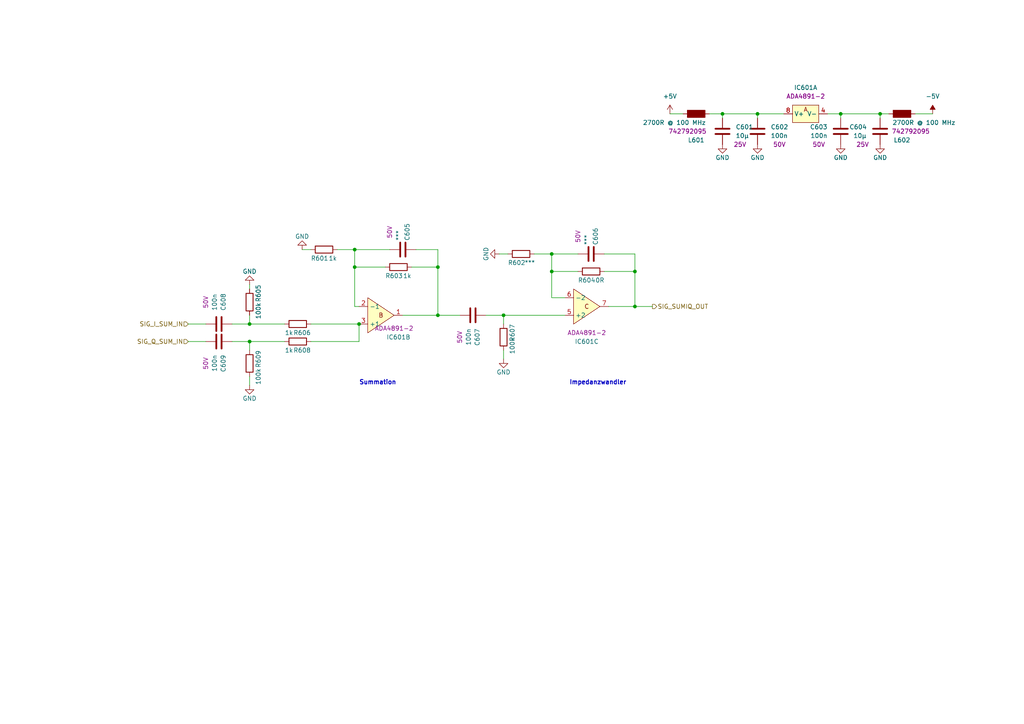
<source format=kicad_sch>
(kicad_sch (version 20231120) (generator "eeschema") (generator_version "8.0")
  (paper "A4")
  (title_block (rev "2") (company "BestSens AG"))
  (lib_symbols
    (symbol "ADA4891-2_1"
      (property "Reference" "IC" (at 0 10.16 0))
      (property "Part Number" "ADA4891-2" (at 0 7.62 0))
      (symbol "ADA4891-2_1_1_1"
        (rectangle (start -3.81 2.54) (end 3.81 -2.54) (fill (type background)))
        (text "A" (at 0 1.27 0) (effects (font (size 1.27 1.27))))
        (pin power_in line (at -6.35 0 0) (length 2.54) (name "V-") (number "4"))
        (pin power_in line (at 6.35 0 180) (length 2.54) (name "V+") (number "8"))
      )
      (symbol "ADA4891-2_1_2_1"
        (polyline (pts (xy -3.81 5.08) (xy -3.81 -5.08) (xy 3.81 0) (xy -3.81 5.08)) (fill (type background)))
        (text "B" (at 0 0 0) (effects (font (size 1.27 1.27))))
        (pin passive line (at 6.35 0 180) (length 2.54) (name "") (number "1"))
        (pin passive line (at -6.35 -2.54 0) (length 2.54) (name "-1") (number "2"))
        (pin passive line (at -6.35 2.54 0) (length 2.54) (name "+1") (number "3"))
      )
      (symbol "ADA4891-2_1_3_1"
        (polyline (pts (xy -3.81 5.08) (xy -3.81 -5.08) (xy 3.81 0) (xy -3.81 5.08)) (fill (type background)))
        (text "C" (at 0 0 0) (effects (font (size 1.27 1.27))))
        (pin input line (at -6.35 2.54 0) (length 2.54) (name "+2") (number "5"))
        (pin input line (at -6.35 -2.54 0) (length 2.54) (name "-2") (number "6"))
        (pin output line (at 6.35 0 180) (length 2.54) (name "") (number "7"))
      )
    )
    (symbol "ADA4891-2_2"
      (property "Reference" "IC" (at 0 10.16 0))
      (property "Part Number" "ADA4891-2" (at 0 7.62 0))
      (symbol "ADA4891-2_2_1_1"
        (rectangle (start -3.81 2.54) (end 3.81 -2.54) (fill (type background)))
        (text "A" (at 0 1.27 0) (effects (font (size 1.27 1.27))))
        (pin power_in line (at -6.35 0 0) (length 2.54) (name "V-") (number "4"))
        (pin power_in line (at 6.35 0 180) (length 2.54) (name "V+") (number "8"))
      )
      (symbol "ADA4891-2_2_2_1"
        (polyline (pts (xy -3.81 5.08) (xy -3.81 -5.08) (xy 3.81 0) (xy -3.81 5.08)) (fill (type background)))
        (text "B" (at 0 0 0) (effects (font (size 1.27 1.27))))
        (pin passive line (at 6.35 0 180) (length 2.54) (name "") (number "1"))
        (pin passive line (at -6.35 -2.54 0) (length 2.54) (name "-1") (number "2"))
        (pin passive line (at -6.35 2.54 0) (length 2.54) (name "+1") (number "3"))
      )
      (symbol "ADA4891-2_2_3_1"
        (polyline (pts (xy -3.81 5.08) (xy -3.81 -5.08) (xy 3.81 0) (xy -3.81 5.08)) (fill (type background)))
        (text "C" (at 0 0 0) (effects (font (size 1.27 1.27))))
        (pin input line (at -6.35 2.54 0) (length 2.54) (name "+2") (number "5"))
        (pin input line (at -6.35 -2.54 0) (length 2.54) (name "-2") (number "6"))
        (pin output line (at 6.35 0 180) (length 2.54) (name "") (number "7"))
      )
    )
    (symbol "BestParts_ICs:ADA4891-2"
      (property "Reference" "IC" (at 0 10.16 0))
      (property "Part Number" "ADA4891-2" (at 0 7.62 0))
      (symbol "ADA4891-2_1_1"
        (rectangle (start -3.81 2.54) (end 3.81 -2.54) (fill (type background)))
        (text "A" (at 0 1.27 0) (effects (font (size 1.27 1.27))))
        (pin power_in line (at -6.35 0 0) (length 2.54) (name "V-") (number "4"))
        (pin power_in line (at 6.35 0 180) (length 2.54) (name "V+") (number "8"))
      )
      (symbol "ADA4891-2_2_1"
        (polyline (pts (xy -3.81 5.08) (xy -3.81 -5.08) (xy 3.81 0) (xy -3.81 5.08)) (fill (type background)))
        (text "B" (at 0 0 0) (effects (font (size 1.27 1.27))))
        (pin passive line (at 6.35 0 180) (length 2.54) (name "") (number "1"))
        (pin passive line (at -6.35 -2.54 0) (length 2.54) (name "-1") (number "2"))
        (pin passive line (at -6.35 2.54 0) (length 2.54) (name "+1") (number "3"))
      )
      (symbol "ADA4891-2_3_1"
        (polyline (pts (xy -3.81 5.08) (xy -3.81 -5.08) (xy 3.81 0) (xy -3.81 5.08)) (fill (type background)))
        (text "C" (at 0 0 0) (effects (font (size 1.27 1.27))))
        (pin input line (at -6.35 2.54 0) (length 2.54) (name "+2") (number "5"))
        (pin input line (at -6.35 -2.54 0) (length 2.54) (name "-2") (number "6"))
        (pin output line (at 6.35 0 180) (length 2.54) (name "") (number "7"))
      )
    )
    (symbol "Device:C" (pin_numbers hide) (pin_names (offset 0.254))
      (property "Reference" "C" (at 0.635 2.54 0))
      (property "Value" "C" (at 0.635 -2.54 0))
      (symbol "C_0_1"
        (polyline (pts (xy -2.032 -0.762) (xy 2.032 -0.762)) (stroke (width 0.508)))
        (polyline (pts (xy -2.032 0.762) (xy 2.032 0.762)) (stroke (width 0.508)))
      )
      (symbol "C_1_1"
        (pin passive line (at 0 3.81 270) (length 2.794) (name "~") (number "1"))
        (pin passive line (at 0 -3.81 90) (length 2.794) (name "~") (number "2"))
      )
    )
    (symbol "Device:R" (pin_numbers hide) (pin_names (offset 0))
      (property "Reference" "R" (at 2.032 0 90))
      (property "Value" "R" (at 0 0 90))
      (symbol "R_0_1"
        (rectangle (start -1.016 -2.54) (end 1.016 2.54) (stroke (width 0.254)))
      )
      (symbol "R_1_1"
        (pin passive line (at 0 3.81 270) (length 1.27) (name "~") (number "1"))
        (pin passive line (at 0 -3.81 90) (length 1.27) (name "~") (number "2"))
      )
    )
    (symbol "Ferrit_1" (pin_numbers hide)
      (property "Reference" "L" (at 0 2.54 0))
      (symbol "Ferrit_1_1_1"
        (rectangle (start -2.54 1.016) (end 2.54 -1.016) (stroke (width 0.254)) (fill (type outline)))
        (pin passive line (at -3.81 0 0) (length 1.27) (name "") (number "1"))
        (pin passive line (at 3.81 0 180) (length 1.27) (name "") (number "2"))
      )
    )
    (symbol "power:+5V" (power) (pin_names (offset 0))
      (property "Value" "+5V" (at 0 3.556 0))
      (symbol "+5V_0_1"
        (polyline (pts (xy -0.762 1.27) (xy 0 2.54)))
        (polyline (pts (xy 0 0) (xy 0 2.54)))
        (polyline (pts (xy 0 2.54) (xy 0.762 1.27)))
      )
      (symbol "+5V_1_1"
        (pin power_in line (at 0 0 90) (length 0) hide (name "+5V") (number "1"))
      )
    )
    (symbol "power:-5V" (power) (pin_names (offset 0))
      (property "Value" "-5V" (at 0 3.81 0))
      (symbol "-5V_0_0"
        (pin power_in line (at 0 0 90) (length 0) hide (name "-5V") (number "1"))
      )
      (symbol "-5V_0_1"
        (polyline (pts (xy 0 0) (xy 0 1.27) (xy 0.762 1.27) (xy 0 2.54) (xy -0.762 1.27) (xy 0 1.27)) (fill (type outline)))
      )
    )
    (symbol "power:GND" (power) (pin_names (offset 0))
      (property "Value" "GND" (at 0 -3.81 0))
      (symbol "GND_0_1"
        (polyline (pts (xy 0 0) (xy 0 -1.27) (xy 1.27 -1.27) (xy 0 -2.54) (xy -1.27 -1.27) (xy 0 -1.27)))
      )
      (symbol "GND_1_1"
        (pin power_in line (at 0 0 270) (length 0) hide (name "GND") (number "1"))
      )
    )
  )
  (junction (at 102.87 77.47))
  (junction (at 127 77.47))
  (junction (at 127 91.44))
  (junction (at 160.02 78.74))
  (junction (at 184.15 78.74))
  (junction (at 209.55 33.02))
  (junction (at 72.39 99.06))
  (junction (at 72.39 93.98))
  (junction (at 243.84 33.02))
  (junction (at 219.71 33.02))
  (junction (at 102.87 72.39))
  (junction (at 184.15 88.9))
  (junction (at 255.27 33.02))
  (junction (at 146.05 91.44))
  (junction (at 160.02 73.66))
  (junction (at 104.14 93.98))
  (wire (pts (xy 144.78 73.66) (xy 147.32 73.66)))
  (wire (pts (xy 243.84 33.02) (xy 243.84 34.29)))
  (wire (pts (xy 54.61 99.06) (xy 59.69 99.06)))
  (wire (pts (xy 219.71 33.02) (xy 209.55 33.02)))
  (wire (pts (xy 175.26 78.74) (xy 184.15 78.74)))
  (wire (pts (xy 72.39 93.98) (xy 82.55 93.98)))
  (wire (pts (xy 176.53 88.9) (xy 184.15 88.9)))
  (wire (pts (xy 160.02 86.36) (xy 163.83 86.36)))
  (wire (pts (xy 257.81 33.02) (xy 255.27 33.02)))
  (wire (pts (xy 104.14 93.98) (xy 104.14 99.06)))
  (wire (pts (xy 243.84 33.02) (xy 255.27 33.02)))
  (wire (pts (xy 102.87 77.47) (xy 102.87 88.9)))
  (wire (pts (xy 219.71 33.02) (xy 219.71 34.29)))
  (wire (pts (xy 90.17 93.98) (xy 104.14 93.98)))
  (wire (pts (xy 160.02 78.74) (xy 167.64 78.74)))
  (wire (pts (xy 127 77.47) (xy 127 91.44)))
  (wire (pts (xy 116.84 91.44) (xy 127 91.44)))
  (wire (pts (xy 54.61 93.98) (xy 59.69 93.98)))
  (wire (pts (xy 175.26 73.66) (xy 184.15 73.66)))
  (wire (pts (xy 119.38 77.47) (xy 127 77.47)))
  (wire (pts (xy 184.15 78.74) (xy 184.15 88.9)))
  (wire (pts (xy 120.65 72.39) (xy 127 72.39)))
  (wire (pts (xy 160.02 78.74) (xy 160.02 86.36)))
  (wire (pts (xy 72.39 91.44) (xy 72.39 93.98)))
  (wire (pts (xy 102.87 72.39) (xy 113.03 72.39)))
  (wire (pts (xy 72.39 99.06) (xy 72.39 101.6)))
  (wire (pts (xy 270.51 33.02) (xy 265.43 33.02)))
  (wire (pts (xy 87.63 72.39) (xy 90.17 72.39)))
  (wire (pts (xy 160.02 73.66) (xy 167.64 73.66)))
  (wire (pts (xy 67.31 99.06) (xy 72.39 99.06)))
  (wire (pts (xy 72.39 82.55) (xy 72.39 83.82)))
  (wire (pts (xy 97.79 72.39) (xy 102.87 72.39)))
  (wire (pts (xy 102.87 88.9) (xy 104.14 88.9)))
  (wire (pts (xy 154.94 73.66) (xy 160.02 73.66)))
  (wire (pts (xy 146.05 101.6) (xy 146.05 104.14)))
  (wire (pts (xy 146.05 91.44) (xy 163.83 91.44)))
  (wire (pts (xy 184.15 73.66) (xy 184.15 78.74)))
  (wire (pts (xy 184.15 88.9) (xy 189.23 88.9)))
  (wire (pts (xy 72.39 109.22) (xy 72.39 111.76)))
  (wire (pts (xy 227.33 33.02) (xy 219.71 33.02)))
  (wire (pts (xy 146.05 91.44) (xy 146.05 93.98)))
  (wire (pts (xy 127 72.39) (xy 127 77.47)))
  (wire (pts (xy 140.97 91.44) (xy 146.05 91.44)))
  (wire (pts (xy 102.87 77.47) (xy 111.76 77.47)))
  (wire (pts (xy 209.55 33.02) (xy 209.55 34.29)))
  (wire (pts (xy 67.31 93.98) (xy 72.39 93.98)))
  (wire (pts (xy 72.39 99.06) (xy 82.55 99.06)))
  (wire (pts (xy 194.31 33.02) (xy 198.12 33.02)))
  (wire (pts (xy 127 91.44) (xy 133.35 91.44)))
  (wire (pts (xy 102.87 72.39) (xy 102.87 77.47)))
  (wire (pts (xy 90.17 99.06) (xy 104.14 99.06)))
  (wire (pts (xy 205.74 33.02) (xy 209.55 33.02)))
  (wire (pts (xy 240.03 33.02) (xy 243.84 33.02)))
  (wire (pts (xy 160.02 73.66) (xy 160.02 78.74)))
  (wire (pts (xy 255.27 33.02) (xy 255.27 34.29)))
  (text "Summation" (at 104.14 111.76 0) (effects (font (size 1.27 1.27) (bold yes)) (justify left bottom)))
  (text "Impedanzwandler" (at 165.1 111.76 0) (effects (font (size 1.27 1.27) (bold yes)) (justify left bottom)))
  (hierarchical_label "SIG_Q_SUM_IN" (shape input) (at 54.61 99.06 180))
  (hierarchical_label "SIG_SUMIQ_OUT" (shape output) (at 189.23 88.9 0))
  (hierarchical_label "SIG_I_SUM_IN" (shape input) (at 54.61 93.98 180))
  (symbol (lib_id "Device:R") (at 115.57 77.47 90) (mirror x) (unit 1)
    (property "Reference" "R603" (at 114.3 80.01 90))
    (property "Value" "1k" (at 118.11 80.01 90))
    (property "Footprint" "BestParts_Resistors:R_0603" (effects (hide yes)))
    (property "Part Number" "Generic" (effects (hide yes)))
  )
  (symbol (lib_id "Device:C") (at 63.5 99.06 270) (unit 1)
    (property "Reference" "C609" (at 64.77 102.87 0) (effects (justify left)))
    (property "Value" "100n" (at 62.23 102.87 0) (effects (justify left)))
    (property "Footprint" "BestParts_Caps:C_0603" (effects (hide yes)))
    (property "Voltage" "50V" (at 59.69 105.41 0))
  )
  (symbol (lib_id "Device:R") (at 171.45 78.74 90) (mirror x) (unit 1)
    (property "Reference" "R604" (at 170.18 81.28 90))
    (property "Value" "0R" (at 173.99 81.28 90))
    (property "Footprint" "BestParts_Resistors:R_0603" (effects (hide yes)))
    (property "Part Number" "Generic" (effects (hide yes)))
  )
  (symbol (lib_id "Device:C") (at 243.84 38.1 0) (mirror y) (unit 1)
    (property "Reference" "C603" (at 240.03 36.83 0) (effects (justify left)))
    (property "Value" "100n" (at 240.03 39.37 0) (effects (justify left)))
    (property "Footprint" "BestParts_Caps:C_0603" (effects (hide yes)))
    (property "Voltage" "50V" (at 237.49 41.91 0))
  )
  (symbol (lib_id "Device:C") (at 171.45 73.66 270) (mirror x) (unit 1)
    (property "Reference" "C606" (at 172.72 71.12 0) (effects (justify left)))
    (property "Value" "***" (at 170.18 71.12 0) (effects (justify left)))
    (property "Footprint" "BestParts_Caps:C_0603" (effects (hide yes)))
    (property "Voltage" "50V" (at 167.64 68.58 0))
  )
  (symbol (lib_id "power:GND") (at 144.78 73.66 270) (mirror x) (unit 1)
    (property "Reference" "#PWR0608" (effects (hide yes)))
    (property "Value" "GND" (at 140.97 73.66 0))
  )
  (symbol (lib_id "Device:R") (at 93.98 72.39 90) (mirror x) (unit 1)
    (property "Reference" "R601" (at 92.71 74.93 90))
    (property "Value" "1k" (at 96.52 74.93 90))
    (property "Footprint" "BestParts_Resistors:R_0603" (effects (hide yes)))
    (property "Part Number" "Generic" (effects (hide yes)))
  )
  (symbol (lib_id "Device:C") (at 255.27 38.1 0) (mirror y) (unit 1)
    (property "Reference" "C604" (at 251.46 36.83 0) (effects (justify left)))
    (property "Value" "10µ" (at 251.46 39.37 0) (effects (justify left)))
    (property "Footprint" "BestParts_Caps:C_0603" (effects (hide yes)))
    (property "Voltage" "25V" (at 250.19 41.91 0))
  )
  (symbol (lib_id "Device:C") (at 209.55 38.1 0) (unit 1)
    (property "Reference" "C601" (at 213.36 36.83 0) (effects (justify left)))
    (property "Value" "10µ" (at 213.36 39.37 0) (effects (justify left)))
    (property "Footprint" "BestParts_Caps:C_0603" (effects (hide yes)))
    (property "Voltage" "25V" (at 214.63 41.91 0))
  )
  (symbol (lib_id "power:GND") (at 219.71 41.91 0) (unit 1)
    (property "Reference" "#PWR0604" (effects (hide yes)))
    (property "Value" "GND" (at 219.71 45.72 0))
  )
  (symbol (lib_id "power:+5V") (at 194.31 33.02 0) (unit 1)
    (property "Reference" "#PWR0601" (effects (hide yes)))
    (property "Value" "+5V" (at 194.31 27.94 0))
  )
  (symbol (lib_name "ADA4891-2_1") (lib_id "BestParts_ICs:ADA4891-2") (at 110.49 91.44 0) (mirror x) (unit 2)
    (property "Reference" "IC601" (at 115.57 97.79 0))
    (property "Value" "*" (effects (hide yes)))
    (property "Footprint" "BestParts_ICs:ADA4891-2 - SOIC-8" (effects (hide yes)))
    (property "Part Number" "ADA4891-2" (at 114.3 95.25 0))
    (property "Manufacturer" "Analog Devices" (effects (hide yes)))
  )
  (symbol (lib_id "power:GND") (at 209.55 41.91 0) (unit 1)
    (property "Reference" "#PWR0603" (effects (hide yes)))
    (property "Value" "GND" (at 209.55 45.72 0))
  )
  (symbol (lib_id "Device:R") (at 72.39 105.41 0) (unit 1)
    (property "Reference" "R609" (at 74.93 104.14 90))
    (property "Value" "100k" (at 74.93 109.22 90))
    (property "Footprint" "BestParts_Resistors:R_0603" (effects (hide yes)))
    (property "Part Number" "Generic" (effects (hide yes)))
  )
  (symbol (lib_id "BestParts_ICs:ADA4891-2") (at 233.68 33.02 0) (mirror y) (unit 1)
    (property "Reference" "IC601" (at 233.68 25.4 0))
    (property "Value" "*" (effects (hide yes)))
    (property "Footprint" "BestParts_ICs:ADA4891-2 - SOIC-8" (effects (hide yes)))
    (property "Part Number" "ADA4891-2" (at 233.68 27.94 0))
    (property "Manufacturer" "Analog Devices" (effects (hide yes)))
  )
  (symbol (lib_id "Device:R") (at 86.36 93.98 270) (unit 1)
    (property "Reference" "R606" (at 87.63 96.52 90))
    (property "Value" "1k" (at 83.82 96.52 90))
    (property "Footprint" "BestParts_Resistors:R_0603" (effects (hide yes)))
    (property "Part Number" "Generic" (effects (hide yes)))
  )
  (symbol (lib_id "power:GND") (at 72.39 111.76 0) (mirror y) (unit 1)
    (property "Reference" "#PWR0611" (effects (hide yes)))
    (property "Value" "GND" (at 72.39 115.57 0))
  )
  (symbol (lib_id "Device:C") (at 116.84 72.39 270) (mirror x) (unit 1)
    (property "Reference" "C605" (at 118.11 69.85 0) (effects (justify left)))
    (property "Value" "***" (at 115.57 69.85 0) (effects (justify left)))
    (property "Footprint" "BestParts_Caps:C_0603" (effects (hide yes)))
    (property "Voltage" "50V" (at 113.03 67.31 0))
  )
  (symbol (lib_id "power:-5V") (at 270.51 33.02 0) (unit 1)
    (property "Reference" "#PWR0602" (effects (hide yes)))
    (property "Value" "-5V" (at 270.51 27.94 0))
  )
  (symbol (lib_id "Device:R") (at 151.13 73.66 90) (mirror x) (unit 1)
    (property "Reference" "R602" (at 149.86 76.2 90))
    (property "Value" "***" (at 153.67 76.2 90))
    (property "Footprint" "BestParts_Resistors:R_0603" (effects (hide yes)))
    (property "Part Number" "Generic" (effects (hide yes)))
  )
  (symbol (lib_name "ADA4891-2_2") (lib_id "BestParts_ICs:ADA4891-2") (at 170.18 88.9 0) (mirror x) (unit 3)
    (property "Reference" "IC601" (at 170.18 99.06 0))
    (property "Value" "*" (effects (hide yes)))
    (property "Footprint" "BestParts_ICs:ADA4891-2 - SOIC-8" (effects (hide yes)))
    (property "Part Number" "ADA4891-2" (at 170.18 96.52 0))
    (property "Manufacturer" "Analog Devices" (effects (hide yes)))
  )
  (symbol (lib_id "power:GND") (at 255.27 41.91 0) (unit 1)
    (property "Reference" "#PWR0606" (effects (hide yes)))
    (property "Value" "GND" (at 255.27 45.72 0))
  )
  (symbol (lib_id "Device:C") (at 219.71 38.1 0) (unit 1)
    (property "Reference" "C602" (at 223.52 36.83 0) (effects (justify left)))
    (property "Value" "100n" (at 223.52 39.37 0) (effects (justify left)))
    (property "Footprint" "BestParts_Caps:C_0603" (effects (hide yes)))
    (property "Voltage" "50V" (at 226.06 41.91 0))
  )
  (symbol (lib_id "power:GND") (at 243.84 41.91 0) (unit 1)
    (property "Reference" "#PWR0605" (effects (hide yes)))
    (property "Value" "GND" (at 243.84 45.72 0))
  )
  (symbol (lib_id "power:GND") (at 72.39 82.55 0) (mirror x) (unit 1)
    (property "Reference" "#PWR0609" (effects (hide yes)))
    (property "Value" "GND" (at 72.39 78.74 0))
  )
  (symbol (lib_name "Ferrit_1") (lib_id "BestParts_Inductors:Ferrit") (at 201.93 33.02 180) (unit 1)
    (property "Reference" "L601" (at 201.93 40.64 0))
    (property "Value" "2700R @ 100 MHz" (at 195.58 35.56 0))
    (property "Footprint" "BestParts_Resistors:R_0805" (effects (hide yes)))
    (property "Part Number" "742792095" (at 199.39 38.1 0))
  )
  (symbol (lib_id "Device:R") (at 146.05 97.79 0) (unit 1)
    (property "Reference" "R607" (at 148.59 96.52 90))
    (property "Value" "100k" (at 148.59 100.33 90))
    (property "Footprint" "BestParts_Resistors:R_0603" (effects (hide yes)))
    (property "Part Number" "Generic" (effects (hide yes)))
  )
  (symbol (lib_name "Ferrit_1") (lib_id "BestParts_Inductors:Ferrit") (at 261.62 33.02 0) (mirror x) (unit 1)
    (property "Reference" "L602" (at 261.62 40.64 0))
    (property "Value" "2700R @ 100 MHz" (at 267.97 35.56 0))
    (property "Footprint" "BestParts_Resistors:R_0805" (effects (hide yes)))
    (property "Part Number" "742792095" (at 264.16 38.1 0))
  )
  (symbol (lib_id "Device:C") (at 137.16 91.44 270) (unit 1)
    (property "Reference" "C607" (at 138.43 95.25 0) (effects (justify left)))
    (property "Value" "100n" (at 135.89 95.25 0) (effects (justify left)))
    (property "Footprint" "BestParts_Caps:C_0603" (effects (hide yes)))
    (property "Voltage" "50V" (at 133.35 97.79 0))
  )
  (symbol (lib_id "Device:R") (at 86.36 99.06 270) (unit 1)
    (property "Reference" "R608" (at 87.63 101.6 90))
    (property "Value" "1k" (at 83.82 101.6 90))
    (property "Footprint" "BestParts_Resistors:R_0603" (effects (hide yes)))
    (property "Part Number" "Generic" (effects (hide yes)))
  )
  (symbol (lib_id "power:GND") (at 146.05 104.14 0) (mirror y) (unit 1)
    (property "Reference" "#PWR0610" (effects (hide yes)))
    (property "Value" "GND" (at 146.05 107.95 0))
  )
  (symbol (lib_id "Device:R") (at 72.39 87.63 0) (unit 1)
    (property "Reference" "R605" (at 74.93 85.09 90))
    (property "Value" "100k" (at 74.93 90.17 90))
    (property "Footprint" "BestParts_Resistors:R_0603" (effects (hide yes)))
    (property "Part Number" "Generic" (effects (hide yes)))
  )
  (symbol (lib_id "power:GND") (at 87.63 72.39 0) (mirror x) (unit 1)
    (property "Reference" "#PWR0607" (effects (hide yes)))
    (property "Value" "GND" (at 87.63 68.58 0))
  )
  (symbol (lib_id "Device:C") (at 63.5 93.98 270) (mirror x) (unit 1)
    (property "Reference" "C608" (at 64.77 90.17 0) (effects (justify left)))
    (property "Value" "100n" (at 62.23 90.17 0) (effects (justify left)))
    (property "Footprint" "BestParts_Caps:C_0603" (effects (hide yes)))
    (property "Voltage" "50V" (at 59.69 87.63 0))
  )
)
</source>
